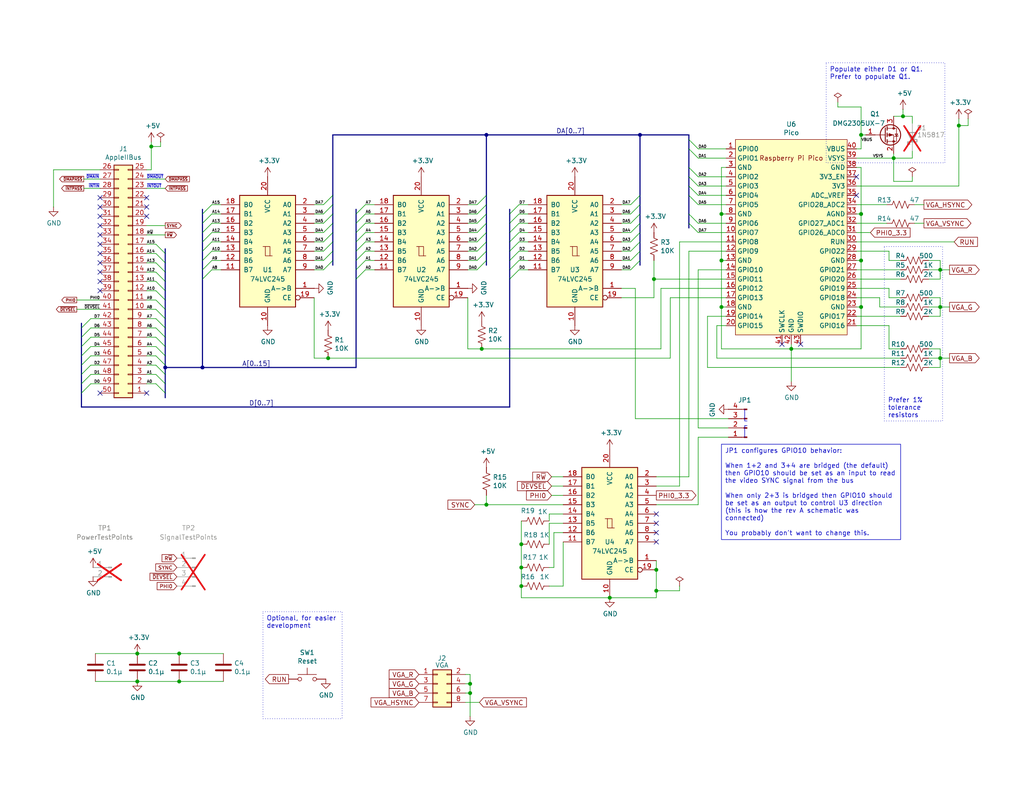
<source format=kicad_sch>
(kicad_sch (version 20231120) (generator "eeschema") (generator_version "8.0")
  (paper "USLetter")
  (title_block (title "Apple II VGA Card") (date "2023-09-09") (rev "B") (comment 1 "Licensed under CERN-OHL-P V2.0 (https://ohwr.org/cern_ohl_p_v2.txt)") (comment 2 "Copyright (c) 2021-2023 Mark Aikens"))
  (lib_symbols
    (symbol "74xx:74LS245" (pin_names (offset 1.016))
      (property "Reference" "U" (at -7.62 16.51 0))
      (property "Value" "74LS245" (at -7.62 -16.51 0))
      (symbol "74LS245_1_0"
        (pin input line (at -12.7 -10.16 0) (length 5.08) (name "A->B") (number "1"))
        (pin power_in line (at 0 -20.32 90) (length 5.08) (name "GND") (number "10"))
        (pin tri_state line (at 12.7 -5.08 180) (length 5.08) (name "B7") (number "11"))
        (pin tri_state line (at 12.7 -2.54 180) (length 5.08) (name "B6") (number "12"))
        (pin tri_state line (at 12.7 0 180) (length 5.08) (name "B5") (number "13"))
        (pin tri_state line (at 12.7 2.54 180) (length 5.08) (name "B4") (number "14"))
        (pin tri_state line (at 12.7 5.08 180) (length 5.08) (name "B3") (number "15"))
        (pin tri_state line (at 12.7 7.62 180) (length 5.08) (name "B2") (number "16"))
        (pin tri_state line (at 12.7 10.16 180) (length 5.08) (name "B1") (number "17"))
        (pin tri_state line (at 12.7 12.7 180) (length 5.08) (name "B0") (number "18"))
        (pin input inverted (at -12.7 -12.7 0) (length 5.08) (name "CE") (number "19"))
        (pin tri_state line (at -12.7 12.7 0) (length 5.08) (name "A0") (number "2"))
        (pin power_in line (at 0 20.32 270) (length 5.08) (name "VCC") (number "20"))
        (pin tri_state line (at -12.7 10.16 0) (length 5.08) (name "A1") (number "3"))
        (pin tri_state line (at -12.7 7.62 0) (length 5.08) (name "A2") (number "4"))
        (pin tri_state line (at -12.7 5.08 0) (length 5.08) (name "A3") (number "5"))
        (pin tri_state line (at -12.7 2.54 0) (length 5.08) (name "A4") (number "6"))
        (pin tri_state line (at -12.7 0 0) (length 5.08) (name "A5") (number "7"))
        (pin tri_state line (at -12.7 -2.54 0) (length 5.08) (name "A6") (number "8"))
        (pin tri_state line (at -12.7 -5.08 0) (length 5.08) (name "A7") (number "9"))
      )
    )
    (symbol "Connector:Conn_01x02_Pin" (pin_names (offset 1.016) hide)
      (property "Reference" "J" (at 0 2.54 0))
      (property "Value" "Conn_01x02_Pin" (at 0 -5.08 0))
      (symbol "Conn_01x02_Pin_1_1"
        (pin passive line (at 5.08 0 180) (length 3.81) (name "Pin_1") (number "1"))
        (pin passive line (at 5.08 -2.54 180) (length 3.81) (name "Pin_2") (number "2"))
      )
    )
    (symbol "Connector:Conn_01x04_Pin" (pin_names (offset 1.016) hide)
      (property "Reference" "J" (at 0 5.08 0))
      (property "Value" "Conn_01x04_Pin" (at 0 -7.62 0))
      (symbol "Conn_01x04_Pin_1_1"
        (pin passive line (at 5.08 2.54 180) (length 3.81) (name "Pin_1") (number "1"))
        (pin passive line (at 5.08 0 180) (length 3.81) (name "Pin_2") (number "2"))
        (pin passive line (at 5.08 -2.54 180) (length 3.81) (name "Pin_3") (number "3"))
        (pin passive line (at 5.08 -5.08 180) (length 3.81) (name "Pin_4") (number "4"))
      )
    )
    (symbol "Connector_Generic:Conn_02x04_Odd_Even" (pin_names (offset 1.016) hide)
      (property "Reference" "J" (at 1.27 5.08 0))
      (property "Value" "Conn_02x04_Odd_Even" (at 1.27 -7.62 0))
      (symbol "Conn_02x04_Odd_Even_1_1"
        (pin passive line (at -5.08 2.54 0) (length 3.81) (name "Pin_1") (number "1"))
        (pin passive line (at 7.62 2.54 180) (length 3.81) (name "Pin_2") (number "2"))
        (pin passive line (at -5.08 0 0) (length 3.81) (name "Pin_3") (number "3"))
        (pin passive line (at 7.62 0 180) (length 3.81) (name "Pin_4") (number "4"))
        (pin passive line (at -5.08 -2.54 0) (length 3.81) (name "Pin_5") (number "5"))
        (pin passive line (at 7.62 -2.54 180) (length 3.81) (name "Pin_6") (number "6"))
        (pin passive line (at -5.08 -5.08 0) (length 3.81) (name "Pin_7") (number "7"))
        (pin passive line (at 7.62 -5.08 180) (length 3.81) (name "Pin_8") (number "8"))
      )
    )
    (symbol "Connector_Generic:Conn_02x25_Counter_Clockwise" (pin_names (offset 1.016) hide)
      (property "Reference" "J" (at 1.27 33.02 0))
      (property "Value" "Conn_02x25_Counter_Clockwise" (at 1.27 -33.02 0))
      (symbol "Conn_02x25_Counter_Clockwise_1_1"
        (pin passive line (at -5.08 30.48 0) (length 3.81) (name "Pin_1") (number "1"))
        (pin passive line (at -5.08 7.62 0) (length 3.81) (name "Pin_10") (number "10"))
        (pin passive line (at -5.08 5.08 0) (length 3.81) (name "Pin_11") (number "11"))
        (pin passive line (at -5.08 2.54 0) (length 3.81) (name "Pin_12") (number "12"))
        (pin passive line (at -5.08 0 0) (length 3.81) (name "Pin_13") (number "13"))
        (pin passive line (at -5.08 -2.54 0) (length 3.81) (name "Pin_14") (number "14"))
        (pin passive line (at -5.08 -5.08 0) (length 3.81) (name "Pin_15") (number "15"))
        (pin passive line (at -5.08 -7.62 0) (length 3.81) (name "Pin_16") (number "16"))
        (pin passive line (at -5.08 -10.16 0) (length 3.81) (name "Pin_17") (number "17"))
        (pin passive line (at -5.08 -12.7 0) (length 3.81) (name "Pin_18") (number "18"))
        (pin passive line (at -5.08 -15.24 0) (length 3.81) (name "Pin_19") (number "19"))
        (pin passive line (at -5.08 27.94 0) (length 3.81) (name "Pin_2") (number "2"))
        (pin passive line (at -5.08 -17.78 0) (length 3.81) (name "Pin_20") (number "20"))
        (pin passive line (at -5.08 -20.32 0) (length 3.81) (name "Pin_21") (number "21"))
        (pin passive line (at -5.08 -22.86 0) (length 3.81) (name "Pin_22") (number "22"))
        (pin passive line (at -5.08 -25.4 0) (length 3.81) (name "Pin_23") (number "23"))
        (pin passive line (at -5.08 -27.94 0) (length 3.81) (name "Pin_24") (number "24"))
        (pin passive line (at -5.08 -30.48 0) (length 3.81) (name "Pin_25") (number "25"))
        (pin passive line (at 7.62 -30.48 180) (length 3.81) (name "Pin_26") (number "26"))
        (pin passive line (at 7.62 -27.94 180) (length 3.81) (name "Pin_27") (number "27"))
        (pin passive line (at 7.62 -25.4 180) (length 3.81) (name "Pin_28") (number "28"))
        (pin passive line (at 7.62 -22.86 180) (length 3.81) (name "Pin_29") (number "29"))
        (pin passive line (at -5.08 25.4 0) (length 3.81) (name "Pin_3") (number "3"))
        (pin passive line (at 7.62 -20.32 180) (length 3.81) (name "Pin_30") (number "30"))
        (pin passive line (at 7.62 -17.78 180) (length 3.81) (name "Pin_31") (number "31"))
        (pin passive line (at 7.62 -15.24 180) (length 3.81) (name "Pin_32") (number "32"))
        (pin passive line (at 7.62 -12.7 180) (length 3.81) (name "Pin_33") (number "33"))
        (pin passive line (at 7.62 -10.16 180) (length 3.81) (name "Pin_34") (number "34"))
        (pin passive line (at 7.62 -7.62 180) (length 3.81) (name "Pin_35") (number "35"))
        (pin passive line (at 7.62 -5.08 180) (length 3.81) (name "Pin_36") (number "36"))
        (pin passive line (at 7.62 -2.54 180) (length 3.81) (name "Pin_37") (number "37"))
        (pin passive line (at 7.62 0 180) (length 3.81) (name "Pin_38") (number "38"))
        (pin passive line (at 7.62 2.54 180) (length 3.81) (name "Pin_39") (number "39"))
        (pin passive line (at -5.08 22.86 0) (length 3.81) (name "Pin_4") (number "4"))
        (pin passive line (at 7.62 5.08 180) (length 3.81) (name "Pin_40") (number "40"))
        (pin passive line (at 7.62 7.62 180) (length 3.81) (name "Pin_41") (number "41"))
        (pin passive line (at 7.62 10.16 180) (length 3.81) (name "Pin_42") (number "42"))
        (pin passive line (at 7.62 12.7 180) (length 3.81) (name "Pin_43") (number "43"))
        (pin passive line (at 7.62 15.24 180) (length 3.81) (name "Pin_44") (number "44"))
        (pin passive line (at 7.62 17.78 180) (length 3.81) (name "Pin_45") (number "45"))
        (pin passive line (at 7.62 20.32 180) (length 3.81) (name "Pin_46") (number "46"))
        (pin passive line (at 7.62 22.86 180) (length 3.81) (name "Pin_47") (number "47"))
        (pin passive line (at 7.62 25.4 180) (length 3.81) (name "Pin_48") (number "48"))
        (pin passive line (at 7.62 27.94 180) (length 3.81) (name "Pin_49") (number "49"))
        (pin passive line (at -5.08 20.32 0) (length 3.81) (name "Pin_5") (number "5"))
        (pin passive line (at 7.62 30.48 180) (length 3.81) (name "Pin_50") (number "50"))
        (pin passive line (at -5.08 17.78 0) (length 3.81) (name "Pin_6") (number "6"))
        (pin passive line (at -5.08 15.24 0) (length 3.81) (name "Pin_7") (number "7"))
        (pin passive line (at -5.08 12.7 0) (length 3.81) (name "Pin_8") (number "8"))
        (pin passive line (at -5.08 10.16 0) (length 3.81) (name "Pin_9") (number "9"))
      )
    )
    (symbol "Device:C" (pin_numbers hide) (pin_names (offset 0.254))
      (property "Reference" "C" (at 0.635 2.54 0))
      (property "Value" "C" (at 0.635 -2.54 0))
      (symbol "C_1_1"
        (pin passive line (at 0 3.81 270) (length 2.794) (name "~") (number "1"))
        (pin passive line (at 0 -3.81 90) (length 2.794) (name "~") (number "2"))
      )
    )
    (symbol "Device:D_Schottky" (pin_numbers hide) (pin_names (offset 1.016) hide)
      (property "Reference" "D" (at 0 2.54 0))
      (property "Value" "D_Schottky" (at 0 -2.54 0))
      (symbol "D_Schottky_1_1"
        (pin passive line (at -3.81 0 0) (length 2.54) (name "K") (number "1"))
        (pin passive line (at 3.81 0 180) (length 2.54) (name "A") (number "2"))
      )
    )
    (symbol "Device:R_US" (pin_numbers hide) (pin_names (offset 0))
      (property "Reference" "R" (at 2.54 0 90))
      (property "Value" "R_US" (at -2.54 0 90))
      (symbol "R_US_1_1"
        (pin passive line (at 0 3.81 270) (length 1.27) (name "~") (number "1"))
        (pin passive line (at 0 -3.81 90) (length 1.27) (name "~") (number "2"))
      )
    )
    (symbol "MCU_RaspberryPi_and_Boards:Pico"
      (property "Reference" "U" (at -13.97 27.94 0))
      (property "Value" "Pico" (at 0 19.05 0))
      (symbol "Pico_0_0"
        (text "Raspberry Pi Pico" (at 0 21.59 0) (effects (font (size 1.27 1.27))))
      )
      (symbol "Pico_1_1"
        (pin bidirectional line (at -17.78 24.13 0) (length 2.54) (name "GPIO0") (number "1"))
        (pin bidirectional line (at -17.78 1.27 0) (length 2.54) (name "GPIO7") (number "10"))
        (pin bidirectional line (at -17.78 -1.27 0) (length 2.54) (name "GPIO8") (number "11"))
        (pin bidirectional line (at -17.78 -3.81 0) (length 2.54) (name "GPIO9") (number "12"))
        (pin power_in line (at -17.78 -6.35 0) (length 2.54) (name "GND") (number "13"))
        (pin bidirectional line (at -17.78 -8.89 0) (length 2.54) (name "GPIO10") (number "14"))
        (pin bidirectional line (at -17.78 -11.43 0) (length 2.54) (name "GPIO11") (number "15"))
        (pin bidirectional line (at -17.78 -13.97 0) (length 2.54) (name "GPIO12") (number "16"))
        (pin bidirectional line (at -17.78 -16.51 0) (length 2.54) (name "GPIO13") (number "17"))
        (pin power_in line (at -17.78 -19.05 0) (length 2.54) (name "GND") (number "18"))
        (pin bidirectional line (at -17.78 -21.59 0) (length 2.54) (name "GPIO14") (number "19"))
        (pin bidirectional line (at -17.78 21.59 0) (length 2.54) (name "GPIO1") (number "2"))
        (pin bidirectional line (at -17.78 -24.13 0) (length 2.54) (name "GPIO15") (number "20"))
        (pin bidirectional line (at 17.78 -24.13 180) (length 2.54) (name "GPIO16") (number "21"))
        (pin bidirectional line (at 17.78 -21.59 180) (length 2.54) (name "GPIO17") (number "22"))
        (pin power_in line (at 17.78 -19.05 180) (length 2.54) (name "GND") (number "23"))
        (pin bidirectional line (at 17.78 -16.51 180) (length 2.54) (name "GPIO18") (number "24"))
        (pin bidirectional line (at 17.78 -13.97 180) (length 2.54) (name "GPIO19") (number "25"))
        (pin bidirectional line (at 17.78 -11.43 180) (length 2.54) (name "GPIO20") (number "26"))
        (pin bidirectional line (at 17.78 -8.89 180) (length 2.54) (name "GPIO21") (number "27"))
        (pin power_in line (at 17.78 -6.35 180) (length 2.54) (name "GND") (number "28"))
        (pin bidirectional line (at 17.78 -3.81 180) (length 2.54) (name "GPIO22") (number "29"))
        (pin power_in line (at -17.78 19.05 0) (length 2.54) (name "GND") (number "3"))
        (pin input line (at 17.78 -1.27 180) (length 2.54) (name "RUN") (number "30"))
        (pin bidirectional line (at 17.78 1.27 180) (length 2.54) (name "GPIO26_ADC0") (number "31"))
        (pin bidirectional line (at 17.78 3.81 180) (length 2.54) (name "GPIO27_ADC1") (number "32"))
        (pin power_in line (at 17.78 6.35 180) (length 2.54) (name "AGND") (number "33"))
        (pin bidirectional line (at 17.78 8.89 180) (length 2.54) (name "GPIO28_ADC2") (number "34"))
        (pin power_in line (at 17.78 11.43 180) (length 2.54) (name "ADC_VREF") (number "35"))
        (pin power_in line (at 17.78 13.97 180) (length 2.54) (name "3V3") (number "36"))
        (pin input line (at 17.78 16.51 180) (length 2.54) (name "3V3_EN") (number "37"))
        (pin bidirectional line (at 17.78 19.05 180) (length 2.54) (name "GND") (number "38"))
        (pin power_in line (at 17.78 21.59 180) (length 2.54) (name "VSYS") (number "39"))
        (pin bidirectional line (at -17.78 16.51 0) (length 2.54) (name "GPIO2") (number "4"))
        (pin power_in line (at 17.78 24.13 180) (length 2.54) (name "VBUS") (number "40"))
        (pin input line (at -2.54 -29.21 90) (length 2.54) (name "SWCLK") (number "41"))
        (pin power_in line (at 0 -29.21 90) (length 2.54) (name "GND") (number "42"))
        (pin bidirectional line (at 2.54 -29.21 90) (length 2.54) (name "SWDIO") (number "43"))
        (pin bidirectional line (at -17.78 13.97 0) (length 2.54) (name "GPIO3") (number "5"))
        (pin bidirectional line (at -17.78 11.43 0) (length 2.54) (name "GPIO4") (number "6"))
        (pin bidirectional line (at -17.78 8.89 0) (length 2.54) (name "GPIO5") (number "7"))
        (pin power_in line (at -17.78 6.35 0) (length 2.54) (name "GND") (number "8"))
        (pin bidirectional line (at -17.78 3.81 0) (length 2.54) (name "GPIO6") (number "9"))
      )
    )
    (symbol "Switch:SW_Push" (pin_numbers hide) (pin_names (offset 1.016) hide)
      (property "Reference" "SW" (at 1.27 2.54 0))
      (property "Value" "SW_Push" (at 0 -1.524 0))
      (symbol "SW_Push_0_1"
        (pin passive line (at -5.08 0 0) (length 2.54) (name "1") (number "1"))
        (pin passive line (at 5.08 0 180) (length 2.54) (name "2") (number "2"))
      )
    )
    (symbol "Transistor_FET:TP0610T" (pin_names hide)
      (property "Reference" "Q" (at 5.08 1.905 0))
      (property "Value" "TP0610T" (at 5.08 0 0))
      (symbol "TP0610T_1_1"
        (pin input line (at -5.08 0 0) (length 2.54) (name "G") (number "1"))
        (pin passive line (at 2.54 -5.08 90) (length 2.54) (name "S") (number "2"))
        (pin passive line (at 2.54 5.08 270) (length 2.54) (name "D") (number "3"))
      )
    )
    (symbol "power:+3.3V" (power) (pin_numbers hide) (pin_names (offset 0) hide)
      (property "Value" "+3.3V" (at 0 3.556 0))
      (symbol "+3.3V_1_1"
        (pin power_in line (at 0 0 90) (length 0) (name "~") (number "1"))
      )
    )
    (symbol "power:+5V" (power) (pin_numbers hide) (pin_names (offset 0) hide)
      (property "Value" "+5V" (at 0 3.556 0))
      (symbol "+5V_1_1"
        (pin power_in line (at 0 0 90) (length 0) (name "~") (number "1"))
      )
    )
    (symbol "power:GND" (power) (pin_numbers hide) (pin_names (offset 0) hide)
      (property "Value" "GND" (at 0 -3.81 0))
      (symbol "GND_1_1"
        (pin power_in line (at 0 0 270) (length 0) (name "~") (number "1"))
      )
    )
    (symbol "power:PWR_FLAG" (power) (pin_numbers hide) (pin_names (offset 0) hide)
      (property "Value" "PWR_FLAG" (at 0 3.81 0))
      (symbol "PWR_FLAG_0_0"
        (pin power_out line (at 0 0 90) (length 0) (name "~") (number "1"))
      )
    )
  )
  (junction (at 142.24 154.94))
  (junction (at 179.07 155.575))
  (junction (at 142.24 160.02))
  (junction (at 48.895 178.435))
  (junction (at 132.715 36.83))
  (junction (at 48.895 186.055))
  (junction (at 128.27 189.23))
  (junction (at 55.245 100.33))
  (junction (at 142.24 148.59))
  (junction (at 166.37 163.195))
  (junction (at 41.275 40.005))
  (junction (at 243.84 43.18))
  (junction (at 179.07 161.29))
  (junction (at 196.85 58.42))
  (junction (at 45.085 100.33))
  (junction (at 256.54 83.82))
  (junction (at 196.85 83.82))
  (junction (at 132.715 137.795))
  (junction (at 196.85 71.12))
  (junction (at 261.62 34.29))
  (junction (at 246.38 31.75))
  (junction (at 234.95 71.12))
  (junction (at 178.435 76.2))
  (junction (at 234.95 58.42))
  (junction (at 89.535 97.79))
  (junction (at 215.9 95.25))
  (junction (at 174.625 36.83))
  (junction (at 37.465 178.435))
  (junction (at 131.445 95.25))
  (junction (at 234.95 36.83))
  (junction (at 256.54 73.66))
  (junction (at 234.95 83.82))
  (junction (at 128.27 186.69))
  (junction (at 37.465 186.055))
  (junction (at 256.54 97.79))
  (no_connect (at 27.305 59.055))
  (no_connect (at 27.305 69.215))
  (no_connect (at 233.68 48.26))
  (no_connect (at 218.44 93.98))
  (no_connect (at 233.68 53.34))
  (no_connect (at 27.305 71.755))
  (no_connect (at 27.305 61.595))
  (no_connect (at 40.005 107.315))
  (no_connect (at 27.305 79.375))
  (no_connect (at 213.36 93.98))
  (no_connect (at 40.005 59.055))
  (no_connect (at 40.005 56.515))
  (no_connect (at 179.07 147.955))
  (no_connect (at 40.005 53.975))
  (no_connect (at 27.305 76.835))
  (no_connect (at 179.07 140.335))
  (no_connect (at 27.305 56.515))
  (no_connect (at 179.07 145.415))
  (no_connect (at 27.305 107.315))
  (no_connect (at 27.305 64.135))
  (no_connect (at 179.07 142.875))
  (no_connect (at 27.305 74.295))
  (no_connect (at 27.305 53.975))
  (no_connect (at 27.305 66.675))
  (bus_entry (at 190.5 63.5) (size -2.54 -2.54))
  (bus_entry (at 139.065 63.5) (size 2.54 -2.54))
  (bus_entry (at 55.245 68.58) (size 2.54 -2.54))
  (bus_entry (at 97.155 66.04) (size 2.54 -2.54))
  (bus_entry (at 97.155 68.58) (size 2.54 -2.54))
  (bus_entry (at 22.225 94.615) (size 2.54 -2.54))
  (bus_entry (at 42.545 102.235) (size 2.54 2.54))
  (bus_entry (at 22.225 102.235) (size 2.54 -2.54))
  (bus_entry (at 190.5 48.26) (size -2.54 -2.54))
  (bus_entry (at 139.065 71.12) (size 2.54 -2.54))
  (bus_entry (at 88.265 55.88) (size 2.54 -2.54))
  (bus_entry (at 130.175 55.88) (size 2.54 -2.54))
  (bus_entry (at 55.245 63.5) (size 2.54 -2.54))
  (bus_entry (at 130.175 63.5) (size 2.54 -2.54))
  (bus_entry (at 42.545 74.295) (size 2.54 2.54))
  (bus_entry (at 97.155 58.42) (size 2.54 -2.54))
  (bus_entry (at 42.545 104.775) (size 2.54 2.54))
  (bus_entry (at 190.5 40.64) (size -2.54 -2.54))
  (bus_entry (at 42.545 81.915) (size 2.54 2.54))
  (bus_entry (at 190.5 55.88) (size -2.54 -2.54))
  (bus_entry (at 42.545 84.455) (size 2.54 2.54))
  (bus_entry (at 139.065 66.04) (size 2.54 -2.54))
  (bus_entry (at 130.175 68.58) (size 2.54 -2.54))
  (bus_entry (at 22.225 107.315) (size 2.54 -2.54))
  (bus_entry (at 97.155 73.66) (size 2.54 -2.54))
  (bus_entry (at 190.5 43.18) (size -2.54 -2.54))
  (bus_entry (at 130.175 71.12) (size 2.54 -2.54))
  (bus_entry (at 55.245 71.12) (size 2.54 -2.54))
  (bus_entry (at 88.265 63.5) (size 2.54 -2.54))
  (bus_entry (at 97.155 71.12) (size 2.54 -2.54))
  (bus_entry (at 172.085 58.42) (size 2.54 -2.54))
  (bus_entry (at 172.085 68.58) (size 2.54 -2.54))
  (bus_entry (at 22.225 92.075) (size 2.54 -2.54))
  (bus_entry (at 139.065 76.2) (size 2.54 -2.54))
  (bus_entry (at 42.545 71.755) (size 2.54 2.54))
  (bus_entry (at 97.155 63.5) (size 2.54 -2.54))
  (bus_entry (at 172.085 66.04) (size 2.54 -2.54))
  (bus_entry (at 88.265 60.96) (size 2.54 -2.54))
  (bus_entry (at 190.5 50.8) (size -2.54 -2.54))
  (bus_entry (at 42.545 69.215) (size 2.54 2.54))
  (bus_entry (at 42.545 89.535) (size 2.54 2.54))
  (bus_entry (at 172.085 60.96) (size 2.54 -2.54))
  (bus_entry (at 42.545 97.155) (size 2.54 2.54))
  (bus_entry (at 130.175 73.66) (size 2.54 -2.54))
  (bus_entry (at 42.545 66.675) (size 2.54 2.54))
  (bus_entry (at 42.545 76.835) (size 2.54 2.54))
  (bus_entry (at 42.545 99.695) (size 2.54 2.54))
  (bus_entry (at 130.175 60.96) (size 2.54 -2.54))
  (bus_entry (at 139.065 68.58) (size 2.54 -2.54))
  (bus_entry (at 139.065 58.42) (size 2.54 -2.54))
  (bus_entry (at 22.225 99.695) (size 2.54 -2.54))
  (bus_entry (at 42.545 79.375) (size 2.54 2.54))
  (bus_entry (at 88.265 68.58) (size 2.54 -2.54))
  (bus_entry (at 139.065 60.96) (size 2.54 -2.54))
  (bus_entry (at 88.265 58.42) (size 2.54 -2.54))
  (bus_entry (at 42.545 86.995) (size 2.54 2.54))
  (bus_entry (at 55.245 73.66) (size 2.54 -2.54))
  (bus_entry (at 172.085 71.12) (size 2.54 -2.54))
  (bus_entry (at 97.155 60.96) (size 2.54 -2.54))
  (bus_entry (at 88.265 71.12) (size 2.54 -2.54))
  (bus_entry (at 190.5 60.96) (size -2.54 -2.54))
  (bus_entry (at 190.5 53.34) (size -2.54 -2.54))
  (bus_entry (at 42.545 92.075) (size 2.54 2.54))
  (bus_entry (at 88.265 66.04) (size 2.54 -2.54))
  (bus_entry (at 55.245 66.04) (size 2.54 -2.54))
  (bus_entry (at 22.225 104.775) (size 2.54 -2.54))
  (bus_entry (at 172.085 55.88) (size 2.54 -2.54))
  (bus_entry (at 97.155 76.2) (size 2.54 -2.54))
  (bus_entry (at 88.265 73.66) (size 2.54 -2.54))
  (bus_entry (at 172.085 73.66) (size 2.54 -2.54))
  (bus_entry (at 130.175 58.42) (size 2.54 -2.54))
  (bus_entry (at 139.065 73.66) (size 2.54 -2.54))
  (bus_entry (at 130.175 66.04) (size 2.54 -2.54))
  (bus_entry (at 172.085 63.5) (size 2.54 -2.54))
  (bus_entry (at 55.245 76.2) (size 2.54 -2.54))
  (bus_entry (at 55.245 60.96) (size 2.54 -2.54))
  (bus_entry (at 55.245 58.42) (size 2.54 -2.54))
  (bus_entry (at 22.225 89.535) (size 2.54 -2.54))
  (bus_entry (at 42.545 94.615) (size 2.54 2.54))
  (bus_entry (at 22.225 97.155) (size 2.54 -2.54))
  (bus (pts (xy 45.085 94.615) (xy 45.085 97.155)))
  (wire (pts (xy 42.545 66.675) (xy 40.005 66.675)))
  (wire (pts (xy 234.95 83.82) (xy 234.95 71.12)))
  (wire (pts (xy 42.545 81.915) (xy 40.005 81.915)))
  (wire (pts (xy 246.38 29.845) (xy 246.38 31.75)))
  (bus (pts (xy 187.96 36.83) (xy 187.96 38.1)))
  (wire (pts (xy 153.67 140.335) (xy 149.86 140.335)))
  (wire (pts (xy 253.365 81.28) (xy 256.54 81.28)))
  (bus (pts (xy 97.155 63.5) (xy 97.155 66.04)))
  (wire (pts (xy 26.035 178.435) (xy 37.465 178.435)))
  (wire (pts (xy 57.785 68.58) (xy 60.325 68.58)))
  (bus (pts (xy 139.065 66.04) (xy 139.065 68.58)))
  (wire (pts (xy 24.765 104.775) (xy 27.305 104.775)))
  (wire (pts (xy 153.67 160.02) (xy 149.86 160.02)))
  (wire (pts (xy 256.54 81.28) (xy 256.54 83.82)))
  (bus (pts (xy 90.805 36.83) (xy 132.715 36.83)))
  (wire (pts (xy 42.545 92.075) (xy 40.005 92.075)))
  (wire (pts (xy 233.68 73.66) (xy 245.745 73.66)))
  (wire (pts (xy 256.54 83.82) (xy 253.365 83.82)))
  (wire (pts (xy 14.605 46.355) (xy 14.605 56.515)))
  (wire (pts (xy 259.08 73.66) (xy 256.54 73.66)))
  (bus (pts (xy 187.96 58.42) (xy 187.96 60.96)))
  (bus (pts (xy 139.065 76.2) (xy 139.065 111.125)))
  (wire (pts (xy 248.92 48.26) (xy 248.92 49.53)))
  (bus (pts (xy 132.715 63.5) (xy 132.715 66.04)))
  (wire (pts (xy 234.95 71.12) (xy 233.68 71.12)))
  (wire (pts (xy 234.95 40.64) (xy 233.68 40.64)))
  (wire (pts (xy 144.145 71.12) (xy 141.605 71.12)))
  (wire (pts (xy 41.275 40.005) (xy 43.815 40.005)))
  (wire (pts (xy 132.715 137.795) (xy 129.54 137.795)))
  (wire (pts (xy 196.85 95.25) (xy 196.85 83.82)))
  (wire (pts (xy 245.745 81.28) (xy 242.57 81.28)))
  (wire (pts (xy 243.84 41.91) (xy 243.84 43.18)))
  (wire (pts (xy 169.545 81.28) (xy 178.435 81.28)))
  (wire (pts (xy 42.545 84.455) (xy 40.005 84.455)))
  (bus (pts (xy 45.085 97.155) (xy 45.085 99.695)))
  (wire (pts (xy 195.58 88.9) (xy 198.12 88.9)))
  (wire (pts (xy 173.355 114.3) (xy 198.755 114.3)))
  (wire (pts (xy 190.5 63.5) (xy 198.12 63.5)))
  (wire (pts (xy 142.24 148.59) (xy 142.24 154.94)))
  (wire (pts (xy 88.265 73.66) (xy 85.725 73.66)))
  (wire (pts (xy 233.68 76.2) (xy 245.745 76.2)))
  (wire (pts (xy 196.85 83.82) (xy 196.85 71.12)))
  (wire (pts (xy 179.07 155.575) (xy 179.07 161.29)))
  (wire (pts (xy 102.235 71.12) (xy 99.695 71.12)))
  (wire (pts (xy 132.715 135.255) (xy 132.715 137.795)))
  (bus (pts (xy 139.065 71.12) (xy 139.065 73.66)))
  (wire (pts (xy 242.57 71.12) (xy 242.57 68.58)))
  (wire (pts (xy 144.145 58.42) (xy 141.605 58.42)))
  (wire (pts (xy 14.605 46.355) (xy 27.305 46.355)))
  (bus (pts (xy 187.96 50.8) (xy 187.96 53.34)))
  (wire (pts (xy 185.42 161.29) (xy 179.07 161.29)))
  (bus (pts (xy 45.085 100.33) (xy 45.085 102.235)))
  (wire (pts (xy 144.145 55.88) (xy 141.605 55.88)))
  (wire (pts (xy 130.175 68.58) (xy 127.635 68.58)))
  (wire (pts (xy 252.095 55.88) (xy 249.555 55.88)))
  (wire (pts (xy 57.785 71.12) (xy 60.325 71.12)))
  (bus (pts (xy 45.085 104.775) (xy 45.085 107.315)))
  (wire (pts (xy 256.54 86.36) (xy 256.54 83.82)))
  (bus (pts (xy 187.96 40.64) (xy 187.96 45.72)))
  (wire (pts (xy 178.435 71.12) (xy 178.435 76.2)))
  (wire (pts (xy 131.445 95.25) (xy 180.34 95.25)))
  (wire (pts (xy 127.635 95.25) (xy 131.445 95.25)))
  (bus (pts (xy 132.715 66.04) (xy 132.715 68.58)))
  (bus (pts (xy 45.085 74.295) (xy 45.085 76.835)))
  (bus (pts (xy 174.625 36.83) (xy 187.96 36.83)))
  (wire (pts (xy 57.785 63.5) (xy 60.325 63.5)))
  (wire (pts (xy 190.5 119.38) (xy 190.5 137.795)))
  (wire (pts (xy 85.725 71.12) (xy 88.265 71.12)))
  (bus (pts (xy 45.085 76.835) (xy 45.085 79.375)))
  (wire (pts (xy 187.96 68.58) (xy 198.12 68.58)))
  (wire (pts (xy 179.07 153.035) (xy 179.07 155.575)))
  (bus (pts (xy 187.96 53.34) (xy 187.96 58.42)))
  (wire (pts (xy 151.13 145.415) (xy 151.13 154.94)))
  (wire (pts (xy 261.62 34.29) (xy 261.62 32.385)))
  (wire (pts (xy 150.495 135.255) (xy 153.67 135.255)))
  (bus (pts (xy 132.715 36.83) (xy 174.625 36.83)))
  (wire (pts (xy 42.545 94.615) (xy 40.005 94.615)))
  (wire (pts (xy 190.5 60.96) (xy 198.12 60.96)))
  (wire (pts (xy 242.57 95.25) (xy 245.745 95.25)))
  (wire (pts (xy 57.785 73.66) (xy 60.325 73.66)))
  (wire (pts (xy 102.235 58.42) (xy 99.695 58.42)))
  (wire (pts (xy 259.08 97.79) (xy 256.54 97.79)))
  (bus (pts (xy 22.225 111.125) (xy 139.065 111.125)))
  (wire (pts (xy 144.145 68.58) (xy 141.605 68.58)))
  (wire (pts (xy 240.03 81.28) (xy 233.68 81.28)))
  (wire (pts (xy 256.54 97.79) (xy 253.365 97.79)))
  (wire (pts (xy 42.545 89.535) (xy 40.005 89.535)))
  (wire (pts (xy 196.85 58.42) (xy 198.12 58.42)))
  (wire (pts (xy 172.085 66.04) (xy 169.545 66.04)))
  (bus (pts (xy 55.245 68.58) (xy 55.245 71.12)))
  (bus (pts (xy 45.085 79.375) (xy 45.085 81.915)))
  (wire (pts (xy 102.235 60.96) (xy 99.695 60.96)))
  (wire (pts (xy 27.305 81.915) (xy 20.955 81.915)))
  (wire (pts (xy 57.785 60.96) (xy 60.325 60.96)))
  (wire (pts (xy 253.365 76.2) (xy 256.54 76.2)))
  (wire (pts (xy 142.24 154.94) (xy 142.24 160.02)))
  (wire (pts (xy 198.12 50.8) (xy 190.5 50.8)))
  (wire (pts (xy 253.365 100.33) (xy 256.54 100.33)))
  (wire (pts (xy 190.5 53.34) (xy 198.12 53.34)))
  (bus (pts (xy 174.625 63.5) (xy 174.625 66.04)))
  (wire (pts (xy 127.635 81.28) (xy 127.635 95.25)))
  (wire (pts (xy 172.085 71.12) (xy 169.545 71.12)))
  (wire (pts (xy 149.86 142.875) (xy 149.86 148.59)))
  (bus (pts (xy 90.805 55.88) (xy 90.805 58.42)))
  (wire (pts (xy 88.265 55.88) (xy 85.725 55.88)))
  (wire (pts (xy 128.27 189.23) (xy 127 189.23)))
  (wire (pts (xy 190.5 55.88) (xy 198.12 55.88)))
  (wire (pts (xy 243.84 49.53) (xy 243.84 43.18)))
  (wire (pts (xy 40.005 48.895) (xy 45.085 48.895)))
  (wire (pts (xy 193.04 86.36) (xy 198.12 86.36)))
  (wire (pts (xy 233.68 50.8) (xy 261.62 50.8)))
  (wire (pts (xy 88.265 66.04) (xy 85.725 66.04)))
  (bus (pts (xy 90.805 53.34) (xy 90.805 55.88)))
  (wire (pts (xy 172.085 58.42) (xy 169.545 58.42)))
  (bus (pts (xy 97.155 68.58) (xy 97.155 71.12)))
  (bus (pts (xy 90.805 66.04) (xy 90.805 68.58)))
  (wire (pts (xy 150.495 132.715) (xy 153.67 132.715)))
  (wire (pts (xy 142.24 163.195) (xy 142.24 160.02)))
  (wire (pts (xy 169.545 73.66) (xy 172.085 73.66)))
  (bus (pts (xy 45.085 99.695) (xy 45.085 100.33)))
  (wire (pts (xy 195.58 97.79) (xy 245.745 97.79)))
  (wire (pts (xy 234.95 36.83) (xy 234.95 40.64)))
  (bus (pts (xy 45.085 89.535) (xy 45.085 92.075)))
  (wire (pts (xy 153.67 145.415) (xy 151.13 145.415)))
  (wire (pts (xy 40.005 46.355) (xy 41.275 46.355)))
  (wire (pts (xy 88.265 63.5) (xy 85.725 63.5)))
  (wire (pts (xy 215.9 95.25) (xy 234.95 95.25)))
  (wire (pts (xy 193.04 100.33) (xy 245.745 100.33)))
  (wire (pts (xy 130.175 71.12) (xy 127.635 71.12)))
  (bus (pts (xy 45.085 84.455) (xy 45.085 86.995)))
  (bus (pts (xy 174.625 55.88) (xy 174.625 58.42)))
  (bus (pts (xy 132.715 36.83) (xy 132.715 53.34)))
  (wire (pts (xy 102.235 55.88) (xy 99.695 55.88)))
  (bus (pts (xy 55.245 100.33) (xy 97.155 100.33)))
  (bus (pts (xy 187.96 48.26) (xy 187.96 50.8)))
  (wire (pts (xy 190.5 119.38) (xy 198.755 119.38)))
  (bus (pts (xy 45.085 92.075) (xy 45.085 94.615)))
  (wire (pts (xy 196.85 71.12) (xy 196.85 58.42)))
  (wire (pts (xy 151.13 154.94) (xy 149.86 154.94)))
  (wire (pts (xy 144.145 66.04) (xy 141.605 66.04)))
  (wire (pts (xy 43.815 40.005) (xy 43.815 38.735)))
  (wire (pts (xy 182.88 81.28) (xy 198.12 81.28)))
  (wire (pts (xy 57.785 55.88) (xy 60.325 55.88)))
  (bus (pts (xy 97.155 58.42) (xy 97.155 60.96)))
  (wire (pts (xy 128.27 184.15) (xy 128.27 186.69)))
  (wire (pts (xy 179.07 161.29) (xy 179.07 163.195)))
  (polyline (pts (xy 203.2 111.76) (xy 203.2 114.935)))
  (wire (pts (xy 130.175 73.66) (xy 127.635 73.66)))
  (wire (pts (xy 102.235 66.04) (xy 99.695 66.04)))
  (wire (pts (xy 102.235 63.5) (xy 99.695 63.5)))
  (bus (pts (xy 139.065 57.15) (xy 139.065 58.42)))
  (bus (pts (xy 22.225 99.695) (xy 22.225 102.235)))
  (wire (pts (xy 253.365 86.36) (xy 256.54 86.36)))
  (wire (pts (xy 41.275 46.355) (xy 41.275 40.005)))
  (bus (pts (xy 139.065 58.42) (xy 139.065 60.96)))
  (wire (pts (xy 88.265 60.96) (xy 85.725 60.96)))
  (wire (pts (xy 240.03 83.82) (xy 245.745 83.82)))
  (wire (pts (xy 128.27 186.69) (xy 128.27 189.23)))
  (wire (pts (xy 242.57 88.9) (xy 242.57 95.25)))
  (wire (pts (xy 264.16 32.385) (xy 264.16 34.29)))
  (bus (pts (xy 45.085 67.945) (xy 45.085 69.215)))
  (wire (pts (xy 128.27 186.69) (xy 127 186.69)))
  (wire (pts (xy 48.895 186.055) (xy 37.465 186.055)))
  (bus (pts (xy 132.715 58.42) (xy 132.715 60.96)))
  (wire (pts (xy 187.96 68.58) (xy 187.96 130.175)))
  (bus (pts (xy 97.155 57.15) (xy 97.155 58.42)))
  (wire (pts (xy 242.57 78.74) (xy 233.68 78.74)))
  (bus (pts (xy 187.96 60.96) (xy 187.96 62.23)))
  (wire (pts (xy 242.57 81.28) (xy 242.57 78.74)))
  (wire (pts (xy 130.175 63.5) (xy 127.635 63.5)))
  (wire (pts (xy 256.54 95.25) (xy 256.54 97.79)))
  (wire (pts (xy 196.85 58.42) (xy 196.85 45.72)))
  (wire (pts (xy 215.9 95.25) (xy 215.9 93.98)))
  (wire (pts (xy 242.57 68.58) (xy 233.68 68.58)))
  (wire (pts (xy 179.07 132.715) (xy 185.42 132.715)))
  (wire (pts (xy 234.95 45.72) (xy 233.68 45.72)))
  (wire (pts (xy 127 191.77) (xy 130.81 191.77)))
  (wire (pts (xy 24.765 86.995) (xy 27.305 86.995)))
  (wire (pts (xy 40.005 61.595) (xy 45.085 61.595)))
  (wire (pts (xy 144.145 63.5) (xy 141.605 63.5)))
  (wire (pts (xy 130.175 66.04) (xy 127.635 66.04)))
  (wire (pts (xy 234.95 36.83) (xy 236.22 36.83)))
  (bus (pts (xy 97.155 60.96) (xy 97.155 63.5)))
  (wire (pts (xy 178.435 76.2) (xy 178.435 81.28)))
  (bus (pts (xy 45.085 102.235) (xy 45.085 104.775)))
  (bus (pts (xy 174.625 58.42) (xy 174.625 60.96)))
  (wire (pts (xy 57.785 66.04) (xy 60.325 66.04)))
  (wire (pts (xy 242.57 88.9) (xy 233.68 88.9)))
  (bus (pts (xy 139.065 73.66) (xy 139.065 76.2)))
  (wire (pts (xy 193.04 100.33) (xy 193.04 86.36)))
  (bus (pts (xy 139.065 68.58) (xy 139.065 71.12)))
  (wire (pts (xy 246.38 31.75) (xy 248.92 31.75)))
  (bus (pts (xy 139.065 60.96) (xy 139.065 63.5)))
  (wire (pts (xy 40.005 51.435) (xy 45.085 51.435)))
  (wire (pts (xy 27.305 48.895) (xy 22.86 48.895)))
  (bus (pts (xy 22.225 97.155) (xy 22.225 99.695)))
  (wire (pts (xy 259.08 83.82) (xy 256.54 83.82)))
  (bus (pts (xy 45.085 69.215) (xy 45.085 71.755)))
  (wire (pts (xy 243.84 43.18) (xy 248.92 43.18)))
  (bus (pts (xy 187.96 45.72) (xy 187.96 48.26)))
  (wire (pts (xy 166.37 163.195) (xy 179.07 163.195)))
  (wire (pts (xy 196.85 45.72) (xy 198.12 45.72)))
  (bus (pts (xy 97.155 66.04) (xy 97.155 68.58)))
  (wire (pts (xy 24.765 94.615) (xy 27.305 94.615)))
  (wire (pts (xy 185.42 66.04) (xy 185.42 132.715)))
  (bus (pts (xy 45.085 100.33) (xy 55.245 100.33)))
  (wire (pts (xy 37.465 186.055) (xy 26.035 186.055)))
  (wire (pts (xy 45.085 64.135) (xy 40.005 64.135)))
  (wire (pts (xy 228.6 29.21) (xy 234.95 29.21)))
  (wire (pts (xy 20.955 84.455) (xy 27.305 84.455)))
  (wire (pts (xy 88.265 68.58) (xy 85.725 68.58)))
  (wire (pts (xy 153.67 142.875) (xy 149.86 142.875)))
  (wire (pts (xy 242.57 71.12) (xy 245.745 71.12)))
  (bus (pts (xy 90.805 60.96) (xy 90.805 63.5)))
  (wire (pts (xy 243.84 31.75) (xy 246.38 31.75)))
  (bus (pts (xy 22.225 107.315) (xy 22.225 111.125)))
  (wire (pts (xy 153.67 147.955) (xy 153.67 160.02)))
  (bus (pts (xy 22.225 94.615) (xy 22.225 97.155)))
  (wire (pts (xy 48.895 178.435) (xy 60.96 178.435)))
  (wire (pts (xy 234.95 58.42) (xy 234.95 45.72)))
  (wire (pts (xy 89.535 97.79) (xy 182.88 97.79)))
  (wire (pts (xy 173.355 78.74) (xy 169.545 78.74)))
  (wire (pts (xy 42.545 104.775) (xy 40.005 104.775)))
  (wire (pts (xy 42.545 76.835) (xy 40.005 76.835)))
  (wire (pts (xy 241.935 60.96) (xy 233.68 60.96)))
  (wire (pts (xy 57.785 58.42) (xy 60.325 58.42)))
  (wire (pts (xy 42.545 99.695) (xy 40.005 99.695)))
  (wire (pts (xy 248.92 49.53) (xy 243.84 49.53)))
  (polyline (pts (xy 203.835 114.935) (xy 203.2 114.935)))
  (wire (pts (xy 166.37 163.195) (xy 142.24 163.195)))
  (bus (pts (xy 90.805 68.58) (xy 90.805 71.12)))
  (wire (pts (xy 42.545 86.995) (xy 40.005 86.995)))
  (wire (pts (xy 253.365 71.12) (xy 256.54 71.12)))
  (wire (pts (xy 130.175 55.88) (xy 127.635 55.88)))
  (bus (pts (xy 132.715 60.96) (xy 132.715 63.5)))
  (wire (pts (xy 256.54 73.66) (xy 253.365 73.66)))
  (wire (pts (xy 42.545 79.375) (xy 40.005 79.375)))
  (wire (pts (xy 42.545 69.215) (xy 40.005 69.215)))
  (wire (pts (xy 234.95 83.82) (xy 233.68 83.82)))
  (bus (pts (xy 55.245 66.04) (xy 55.245 68.58)))
  (bus (pts (xy 90.805 71.12) (xy 90.805 72.39)))
  (bus (pts (xy 55.245 76.2) (xy 55.245 100.33)))
  (wire (pts (xy 127 184.15) (xy 128.27 184.15)))
  (wire (pts (xy 233.68 86.36) (xy 245.745 86.36)))
  (bus (pts (xy 45.085 86.995) (xy 45.085 89.535)))
  (wire (pts (xy 180.34 78.74) (xy 198.12 78.74)))
  (bus (pts (xy 55.245 60.96) (xy 55.245 63.5)))
  (bus (pts (xy 22.225 102.235) (xy 22.225 104.775)))
  (wire (pts (xy 173.355 78.74) (xy 173.355 114.3)))
  (wire (pts (xy 150.495 130.175) (xy 153.67 130.175)))
  (wire (pts (xy 240.03 83.82) (xy 240.03 81.28)))
  (bus (pts (xy 45.085 107.315) (xy 45.085 108.585)))
  (wire (pts (xy 144.145 73.66) (xy 141.605 73.66)))
  (wire (pts (xy 190.5 137.795) (xy 179.07 137.795)))
  (wire (pts (xy 144.145 60.96) (xy 141.605 60.96)))
  (wire (pts (xy 234.95 95.25) (xy 234.95 83.82)))
  (polyline (pts (xy 203.2 119.38) (xy 203.2 116.205)))
  (polyline (pts (xy 203.835 116.205) (xy 203.2 116.205)))
  (bus (pts (xy 132.715 71.12) (xy 132.715 72.39)))
  (bus (pts (xy 174.625 53.34) (xy 174.625 55.88)))
  (wire (pts (xy 237.49 63.5) (xy 233.68 63.5)))
  (bus (pts (xy 45.085 71.755) (xy 45.085 74.295)))
  (bus (pts (xy 55.245 57.15) (xy 55.245 58.42)))
  (wire (pts (xy 24.765 102.235) (xy 27.305 102.235)))
  (wire (pts (xy 264.16 34.29) (xy 261.62 34.29)))
  (wire (pts (xy 42.545 71.755) (xy 40.005 71.755)))
  (bus (pts (xy 174.625 68.58) (xy 174.625 71.12)))
  (bus (pts (xy 45.085 81.915) (xy 45.085 84.455)))
  (bus (pts (xy 22.225 88.265) (xy 22.225 89.535)))
  (wire (pts (xy 233.68 66.04) (xy 260.35 66.04)))
  (wire (pts (xy 248.92 43.18) (xy 248.92 41.275)))
  (wire (pts (xy 190.5 116.84) (xy 198.755 116.84)))
  (wire (pts (xy 256.54 76.2) (xy 256.54 73.66)))
  (wire (pts (xy 248.92 31.75) (xy 248.92 33.655)))
  (wire (pts (xy 185.42 66.04) (xy 198.12 66.04)))
  (wire (pts (xy 85.725 81.28) (xy 85.725 97.79)))
  (wire (pts (xy 88.265 58.42) (xy 85.725 58.42)))
  (bus (pts (xy 97.155 71.12) (xy 97.155 73.66)))
  (wire (pts (xy 132.715 137.795) (xy 153.67 137.795)))
  (wire (pts (xy 172.085 63.5) (xy 169.545 63.5)))
  (wire (pts (xy 190.5 73.66) (xy 190.5 116.84)))
  (bus (pts (xy 90.805 58.42) (xy 90.805 60.96)))
  (bus (pts (xy 90.805 36.83) (xy 90.805 53.34)))
  (bus (pts (xy 55.245 58.42) (xy 55.245 60.96)))
  (bus (pts (xy 22.225 89.535) (xy 22.225 92.075)))
  (wire (pts (xy 85.725 97.79) (xy 89.535 97.79)))
  (bus (pts (xy 97.155 76.2) (xy 97.155 100.33)))
  (bus (pts (xy 22.225 92.075) (xy 22.225 94.615)))
  (wire (pts (xy 172.085 68.58) (xy 169.545 68.58)))
  (wire (pts (xy 130.175 58.42) (xy 127.635 58.42)))
  (wire (pts (xy 233.68 43.18) (xy 243.84 43.18)))
  (bus (pts (xy 97.155 73.66) (xy 97.155 76.2)))
  (wire (pts (xy 41.275 40.005) (xy 41.275 38.735)))
  (wire (pts (xy 190.5 43.18) (xy 198.12 43.18)))
  (wire (pts (xy 130.175 60.96) (xy 127.635 60.96)))
  (wire (pts (xy 228.6 27.94) (xy 228.6 29.21)))
  (wire (pts (xy 234.95 71.12) (xy 234.95 58.42)))
  (bus (pts (xy 55.245 63.5) (xy 55.245 66.04)))
  (bus (pts (xy 55.245 73.66) (xy 55.245 76.2)))
  (wire (pts (xy 241.935 55.88) (xy 233.68 55.88)))
  (bus (pts (xy 55.245 71.12) (xy 55.245 73.66)))
  (wire (pts (xy 24.765 89.535) (xy 27.305 89.535)))
  (wire (pts (xy 172.085 60.96) (xy 169.545 60.96)))
  (wire (pts (xy 142.24 142.24) (xy 142.24 148.59)))
  (wire (pts (xy 172.085 55.88) (xy 169.545 55.88)))
  (wire (pts (xy 196.85 83.82) (xy 198.12 83.82)))
  (bus (pts (xy 139.065 63.5) (xy 139.065 66.04)))
  (wire (pts (xy 234.95 29.21) (xy 234.95 36.83)))
  (wire (pts (xy 180.34 95.25) (xy 180.34 78.74)))
  (wire (pts (xy 253.365 95.25) (xy 256.54 95.25)))
  (wire (pts (xy 252.095 60.96) (xy 249.555 60.96)))
  (wire (pts (xy 179.07 130.175) (xy 187.96 130.175)))
  (wire (pts (xy 198.12 73.66) (xy 190.5 73.66)))
  (bus (pts (xy 22.225 104.775) (xy 22.225 107.315)))
  (wire (pts (xy 42.545 102.235) (xy 40.005 102.235)))
  (bus (pts (xy 132.715 55.88) (xy 132.715 58.42)))
  (wire (pts (xy 190.5 48.26) (xy 198.12 48.26)))
  (wire (pts (xy 24.765 97.155) (xy 27.305 97.155)))
  (bus (pts (xy 174.625 60.96) (xy 174.625 63.5)))
  (wire (pts (xy 196.85 71.12) (xy 198.12 71.12)))
  (bus (pts (xy 132.715 68.58) (xy 132.715 71.12)))
  (wire (pts (xy 178.435 76.2) (xy 198.12 76.2)))
  (wire (pts (xy 24.765 99.695) (xy 27.305 99.695)))
  (wire (pts (xy 42.545 97.155) (xy 40.005 97.155)))
  (wire (pts (xy 234.95 58.42) (xy 233.68 58.42)))
  (bus (pts (xy 187.96 38.1) (xy 187.96 40.64)))
  (wire (pts (xy 48.895 186.055) (xy 60.96 186.055)))
  (bus (pts (xy 90.805 63.5) (xy 90.805 66.04)))
  (bus (pts (xy 174.625 66.04) (xy 174.625 68.58)))
  (wire (pts (xy 102.235 68.58) (xy 99.695 68.58)))
  (wire (pts (xy 195.58 97.79) (xy 195.58 88.9)))
  (wire (pts (xy 24.765 92.075) (xy 27.305 92.075)))
  (wire (pts (xy 149.86 140.335) (xy 149.86 142.24)))
  (bus (pts (xy 174.625 71.12) (xy 174.625 72.39)))
  (wire (pts (xy 185.42 160.02) (xy 185.42 161.29)))
  (wire (pts (xy 215.9 104.14) (xy 215.9 95.25)))
  (wire (pts (xy 256.54 71.12) (xy 256.54 73.66)))
  (bus (pts (xy 174.625 36.83) (xy 174.625 53.34)))
  (wire (pts (xy 256.54 100.33) (xy 256.54 97.79)))
  (wire (pts (xy 37.465 178.435) (xy 48.895 178.435)))
  (wire (pts (xy 182.88 97.79) (xy 182.88 81.28)))
  (wire (pts (xy 22.86 51.435) (xy 27.305 51.435)))
  (bus (pts (xy 132.715 53.34) (xy 132.715 55.88)))
  (wire (pts (xy 42.545 74.295) (xy 40.005 74.295)))
  (wire (pts (xy 261.62 50.8) (xy 261.62 34.29)))
  (wire (pts (xy 128.27 189.23) (xy 128.27 195.58)))
  (wire (pts (xy 196.85 95.25) (xy 215.9 95.25)))
  (wire (pts (xy 190.5 40.64) (xy 198.12 40.64)))
  (wire (pts (xy 102.235 73.66) (xy 99.695 73.66)))
  (text_box "Optional, for easier development" (at 71.755 167.005 0) (size 21.59 29.21) (stroke (width 0) (type dot)) (effects (font (size 1.27 1.27)) (justify left top)))
  (text_box "Populate either D1 or Q1. Prefer to populate Q1." (at 225.425 17.145 0) (size 32.385 27.305) (stroke (width 0) (type dot)) (effects (font (size 1.27 1.27)) (justify left top)))
  (text_box "JP1 configures GPIO10 behavior:\n\nWhen 1+2 and 3+4 are bridged (the default) then GPIO10 should be set as an input to read the video SYNC signal from the bus\n\nWhen only 2+3 is bridged then GPIO10 should be set as an output to control U3 direction (this is how the rev A schematic was connected)\n\nYou probably don't want to change this." (at 196.85 121.285 0) (size 48.895 26.035) (effects (font (size 1.27 1.27)) (justify left top)))
  (text_box "Prefer 1% tolerance resistors" (at 241.3 67.31 0) (size 15.875 47.625) (stroke (width 0) (type dot)) (effects (font (size 1.27 1.27)) (justify left bottom)))
  (text "~{DMAIN}" (at 23.495 48.895 0) (effects (font (size 0.762 0.762)) (justify left bottom)))
  (text "~{INTOUT}" (at 40.005 51.435 0) (effects (font (size 0.762 0.762)) (justify left bottom)))
  (text "~{DMAOUT}" (at 40.005 48.895 0) (effects (font (size 0.762 0.762)) (justify left bottom)))
  (text "~{INTIN}" (at 24.13 51.435 0) (effects (font (size 0.762 0.762)) (justify left bottom)))
  (label "D4" (at 141.605 63.5 0) (effects (font (size 0.762 0.762))))
  (label "DA7" (at 172.085 55.88 180) (effects (font (size 0.762 0.762))))
  (label "A0" (at 99.695 73.66 0) (effects (font (size 0.762 0.762))))
  (label "DA6" (at 130.175 58.42 180) (effects (font (size 0.762 0.762))))
  (label "PHI0" (at 27.305 81.915 180) (effects (font (size 0.762 0.762))))
  (label "D3" (at 141.605 66.04 0) (effects (font (size 0.762 0.762))))
  (label "A0" (at 40.005 104.775 0) (effects (font (size 0.762 0.762))))
  (label "DA1" (at 88.265 71.12 180) (effects (font (size 0.762 0.762))))
  (label "D1" (at 27.305 102.235 180) (effects (font (size 0.762 0.762))))
  (label "D5" (at 27.305 92.075 180) (effects (font (size 0.762 0.762))))
  (label "A13" (at 40.005 71.755 0) (effects (font (size 0.762 0.762))))
  (label "A1" (at 40.005 102.235 0) (effects (font (size 0.762 0.762))))
  (label "A11" (at 57.785 66.04 0) (effects (font (size 0.762 0.762))))
  (label "DA3" (at 190.5 50.8 0) (effects (font (size 0.762 0.762))))
  (label "A8" (at 40.005 84.455 0) (effects (font (size 0.762 0.762))))
  (label "A11" (at 40.005 76.835 0) (effects (font (size 0.762 0.762))))
  (label "D6" (at 141.605 58.42 0) (effects (font (size 0.762 0.762))))
  (label "A7" (at 99.695 55.88 0) (effects (font (size 0.762 0.762))))
  (label "A3" (at 40.005 97.155 0) (effects (font (size 0.762 0.762))))
  (label "A8" (at 57.785 73.66 0) (effects (font (size 0.762 0.762))))
  (label "A2" (at 99.695 68.58 0) (effects (font (size 0.762 0.762))))
  (label "DA5" (at 172.085 60.96 180) (effects (font (size 0.762 0.762))))
  (label "A[0..15]" (at 66.04 100.33 0))
  (label "DA7" (at 130.175 55.88 180) (effects (font (size 0.762 0.762))))
  (label "A15" (at 57.785 55.88 0) (effects (font (size 0.762 0.762))))
  (label "D0" (at 27.305 104.775 180) (effects (font (size 0.762 0.762))))
  (label "DA0" (at 172.085 73.66 180) (effects (font (size 0.762 0.762))))
  (label "VSYS" (at 238.125 43.18 0) (effects (font (size 0.75 0.75))))
  (label "A6" (at 40.005 89.535 0) (effects (font (size 0.762 0.762))))
  (label "D0" (at 141.605 73.66 0) (effects (font (size 0.762 0.762))))
  (label "DA0" (at 130.175 73.66 180) (effects (font (size 0.762 0.762))))
  (label "DA4" (at 88.265 63.5 180) (effects (font (size 0.762 0.762))))
  (label "D1" (at 141.605 71.12 0) (effects (font (size 0.762 0.762))))
  (label "A9" (at 57.785 71.12 0) (effects (font (size 0.762 0.762))))
  (label "D[0..7]" (at 67.945 111.125 0))
  (label "DA2" (at 190.5 48.26 0) (effects (font (size 0.762 0.762))))
  (label "A4" (at 40.005 94.615 0) (effects (font (size 0.762 0.762))))
  (label "A6" (at 99.695 58.42 0) (effects (font (size 0.762 0.762))))
  (label "DA0" (at 190.5 40.64 0) (effects (font (size 0.762 0.762))))
  (label "DA0" (at 88.265 73.66 180) (effects (font (size 0.762 0.762))))
  (label "D6" (at 27.305 89.535 180) (effects (font (size 0.762 0.762))))
  (label "A2" (at 40.005 99.695 0) (effects (font (size 0.762 0.762))))
  (label "DA2" (at 88.265 68.58 180) (effects (font (size 0.762 0.762))))
  (label "DA4" (at 130.175 63.5 180) (effects (font (size 0.762 0.762))))
  (label "D7" (at 27.305 86.995 180) (effects (font (size 0.762 0.762))))
  (label "DA4" (at 190.5 53.34 0) (effects (font (size 0.762 0.762))))
  (label "DA6" (at 172.085 58.42 180) (effects (font (size 0.762 0.762))))
  (label "A12" (at 40.005 74.295 0) (effects (font (size 0.762 0.762))))
  (label "DA1" (at 190.5 43.18 0) (effects (font (size 0.762 0.762))))
  (label "DA3" (at 130.175 66.04 180) (effects (font (size 0.762 0.762))))
  (label "A1" (at 99.695 71.12 0) (effects (font (size 0.762 0.762))))
  (label "A15" (at 40.005 66.675 0) (effects (font (size 0.762 0.762))))
  (label "DA3" (at 88.265 66.04 180) (effects (font (size 0.762 0.762))))
  (label "A14" (at 57.785 58.42 0) (effects (font (size 0.762 0.762))))
  (label "A5" (at 99.695 60.96 0) (effects (font (size 0.762 0.762))))
  (label "D4" (at 27.305 94.615 180) (effects (font (size 0.762 0.762))))
  (label "DA6" (at 190.5 60.96 0) (effects (font (size 0.762 0.762))))
  (label "D5" (at 141.605 60.96 0) (effects (font (size 0.762 0.762))))
  (label "A4" (at 99.695 63.5 0) (effects (font (size 0.762 0.762))))
  (label "A12" (at 57.785 63.5 0) (effects (font (size 0.762 0.762))))
  (label "R~{W}" (at 40.005 64.135 0) (effects (font (size 0.762 0.762))))
  (label "DA7" (at 88.265 55.88 180) (effects (font (size 0.762 0.762))))
  (label "A5" (at 40.005 92.075 0) (effects (font (size 0.762 0.762))))
  (label "D3" (at 27.305 97.155 180) (effects (font (size 0.762 0.762))))
  (label "A13" (at 57.785 60.96 0) (effects (font (size 0.762 0.762))))
  (label "D2" (at 141.605 68.58 0) (effects (font (size 0.762 0.762))))
  (label "~{DEVSEL}" (at 27.305 84.455 180) (effects (font (size 0.762 0.762))))
  (label "DA5" (at 88.265 60.96 180) (effects (font (size 0.762 0.762))))
  (label "DA5" (at 190.5 55.88 0) (effects (font (size 0.762 0.762))))
  (label "DA4" (at 172.085 63.5 180) (effects (font (size 0.762 0.762))))
  (label "A9" (at 40.005 81.915 0) (effects (font (size 0.762 0.762))))
  (label "DA5" (at 130.175 60.96 180) (effects (font (size 0.762 0.762))))
  (label "A10" (at 57.785 68.58 0) (effects (font (size 0.762 0.762))))
  (label "DA[0..7]" (at 151.765 36.83 0))
  (label "DA6" (at 88.265 58.42 180) (effects (font (size 0.762 0.762))))
  (label "DA1" (at 130.175 71.12 180) (effects (font (size 0.762 0.762))))
  (label "D7" (at 141.605 55.88 0) (effects (font (size 0.762 0.762))))
  (label "DA1" (at 172.085 71.12 180) (effects (font (size 0.762 0.762))))
  (label "DA2" (at 130.175 68.58 180) (effects (font (size 0.762 0.762))))
  (label "VBUS" (at 234.95 38.735 0) (effects (font (size 0.75 0.75))))
  (label "D2" (at 27.305 99.695 180) (effects (font (size 0.762 0.762))))
  (label "DA3" (at 172.085 66.04 180) (effects (font (size 0.762 0.762))))
  (label "DA2" (at 172.085 68.58 180) (effects (font (size 0.762 0.762))))
  (label "DA7" (at 190.5 63.5 0) (effects (font (size 0.762 0.762))))
  (label "A7" (at 40.005 86.995 0) (effects (font (size 0.762 0.762))))
  (label "A3" (at 99.695 66.04 0) (effects (font (size 0.762 0.762))))
  (label "A10" (at 40.005 79.375 0) (effects (font (size 0.762 0.762))))
  (label "A14" (at 40.005 69.215 0) (effects (font (size 0.762 0.762))))
  (global_label "RUN" (shape output) (at 78.74 185.42 180) (property "Intersheetrefs" "${INTERSHEET_REFS}" (effects (hide yes))))
  (global_label "~{DEVSEL}" (shape output) (at 20.955 84.455 180) (effects (font (size 0.762 0.762))) (property "Intersheetrefs" "${INTERSHEET_REFS}" (effects (hide yes))))
  (global_label "VGA_VSYNC" (shape input) (at 130.81 191.77 0) (property "Intersheetrefs" "${INTERSHEET_REFS}" (effects (hide yes))))
  (global_label "PHI0" (shape input) (at 150.495 135.255 180) (property "Intersheetrefs" "${INTERSHEET_REFS}" (effects (hide yes))))
  (global_label "VGA_R" (shape output) (at 259.08 73.66 0) (property "Intersheetrefs" "${INTERSHEET_REFS}" (effects (hide yes))))
  (global_label "R~{W}" (shape input) (at 48.26 152.4 180) (effects (font (size 1 1))) (property "Intersheetrefs" "${INTERSHEET_REFS}" (effects (hide yes))))
  (global_label "R~{W}" (shape output) (at 45.085 64.135 0) (effects (font (size 0.762 0.762))) (property "Intersheetrefs" "${INTERSHEET_REFS}" (effects (hide yes))))
  (global_label "~{INTPASS}" (shape output) (at 22.86 51.435 180) (effects (font (size 0.762 0.762))) (property "Intersheetrefs" "${INTERSHEET_REFS}" (effects (hide yes))))
  (global_label "PHI0" (shape input) (at 48.26 160.02 180) (effects (font (size 1 1))) (property "Intersheetrefs" "${INTERSHEET_REFS}" (effects (hide yes))))
  (global_label "RUN" (shape input) (at 260.35 66.04 0) (property "Intersheetrefs" "${INTERSHEET_REFS}" (effects (hide yes))))
  (global_label "VGA_HSYNC" (shape input) (at 114.3 191.77 180) (property "Intersheetrefs" "${INTERSHEET_REFS}" (effects (hide yes))))
  (global_label "~{INTPASS}" (shape input) (at 45.085 51.435 0) (effects (font (size 0.762 0.762))) (property "Intersheetrefs" "${INTERSHEET_REFS}" (effects (hide yes))))
  (global_label "VGA_VSYNC" (shape output) (at 252.095 60.96 0) (property "Intersheetrefs" "${INTERSHEET_REFS}" (effects (hide yes))))
  (global_label "SYNC" (shape input) (at 48.26 154.94 180) (effects (font (size 1 1))) (property "Intersheetrefs" "${INTERSHEET_REFS}" (effects (hide yes))))
  (global_label "VGA_R" (shape input) (at 114.3 184.15 180) (property "Intersheetrefs" "${INTERSHEET_REFS}" (effects (hide yes))))
  (global_label "~{DMAPASS}" (shape output) (at 22.86 48.895 180) (effects (font (size 0.762 0.762))) (property "Intersheetrefs" "${INTERSHEET_REFS}" (effects (hide yes))))
  (global_label "PHI0_3.3" (shape output) (at 179.07 135.255 0) (property "Intersheetrefs" "${INTERSHEET_REFS}" (effects (hide yes))))
  (global_label "R~{W}" (shape input) (at 150.495 130.175 180) (property "Intersheetrefs" "${INTERSHEET_REFS}" (effects (hide yes))))
  (global_label "SYNC" (shape output) (at 45.085 61.595 0) (effects (font (size 0.762 0.762))) (property "Intersheetrefs" "${INTERSHEET_REFS}" (effects (hide yes))))
  (global_label "PHI0" (shape output) (at 20.955 81.915 180) (effects (font (size 0.762 0.762))) (property "Intersheetrefs" "${INTERSHEET_REFS}" (effects (hide yes))))
  (global_label "VGA_B" (shape input) (at 114.3 189.23 180) (property "Intersheetrefs" "${INTERSHEET_REFS}" (effects (hide yes))))
  (global_label "~{DEVSEL}" (shape input) (at 48.26 157.48 180) (effects (font (size 1 1))) (property "Intersheetrefs" "${INTERSHEET_REFS}" (effects (hide yes))))
  (global_label "SYNC" (shape input) (at 129.54 137.795 180) (property "Intersheetrefs" "${INTERSHEET_REFS}" (effects (hide yes))))
  (global_label "~{DEVSEL}" (shape input) (at 150.495 132.715 180) (property "Intersheetrefs" "${INTERSHEET_REFS}" (effects (hide yes))))
  (global_label "~{DMAPASS}" (shape input) (at 45.085 48.895 0) (effects (font (size 0.762 0.762))) (property "Intersheetrefs" "${INTERSHEET_REFS}" (effects (hide yes))))
  (global_label "VGA_G" (shape input) (at 114.3 186.69 180) (property "Intersheetrefs" "${INTERSHEET_REFS}" (effects (hide yes))))
  (global_label "VGA_B" (shape output) (at 259.08 97.79 0) (property "Intersheetrefs" "${INTERSHEET_REFS}" (effects (hide yes))))
  (global_label "VGA_G" (shape output) (at 259.08 83.82 0) (property "Intersheetrefs" "${INTERSHEET_REFS}" (effects (hide yes))))
  (global_label "VGA_HSYNC" (shape output) (at 252.095 55.88 0) (property "Intersheetrefs" "${INTERSHEET_REFS}" (effects (hide yes))))
  (global_label "PHI0_3.3" (shape input) (at 237.49 63.5 0) (property "Intersheetrefs" "${INTERSHEET_REFS}" (effects (hide yes))))
  (symbol (lib_id "74xx:74LS245") (at 73.025 68.58 0) (mirror y) (unit 1)
    (property "Reference" "U1" (at 73.025 73.66 0))
    (property "Value" "74LVC245" (at 73.025 76.2 0))
    (property "Footprint" "Package_DIP:DIP-20_W7.62mm_Socket" (effects (hide yes)))
    (property "Datasheet" "https://www.ti.com/lit/ds/symlink/sn74lvc245a.pdf" (effects (hide yes)))
    (property "Mfr" "TI" (effects (hide yes)))
    (property "MfrNo" "SN74LVC245AN" (effects (hide yes)))
    (property "MouserNo" "595-SN74LVC245AN" (effects (hide yes)))
  )
  (symbol (lib_id "74xx:74LS245") (at 114.935 68.58 0) (mirror y) (unit 1)
    (property "Reference" "U2" (at 114.935 73.66 0))
    (property "Value" "74LVC245" (at 114.935 76.2 0))
    (property "Footprint" "Package_DIP:DIP-20_W7.62mm_Socket" (effects (hide yes)))
    (property "Datasheet" "https://www.ti.com/lit/ds/symlink/sn74lvc245a.pdf" (effects (hide yes)))
    (property "Mfr" "TI" (effects (hide yes)))
    (property "MfrNo" "SN74LVC245AN" (effects (hide yes)))
    (property "MouserNo" "595-SN74LVC245AN" (effects (hide yes)))
  )
  (symbol (lib_id "74xx:74LS245") (at 156.845 68.58 0) (mirror y) (unit 1)
    (property "Reference" "U3" (at 156.845 73.66 0))
    (property "Value" "74LVC245" (at 156.845 76.2 0))
    (property "Footprint" "Package_DIP:DIP-20_W7.62mm_Socket" (effects (hide yes)))
    (property "Datasheet" "https://www.ti.com/lit/ds/symlink/sn74lvc245a.pdf" (effects (hide yes)))
    (property "Mfr" "TI" (effects (hide yes)))
    (property "MfrNo" "SN74LVC245AN" (effects (hide yes)))
    (property "MouserNo" "595-SN74LVC245AN" (effects (hide yes)))
  )
  (symbol (lib_id "MCU_RaspberryPi_and_Boards:Pico") (at 215.9 64.77 0) (unit 1)
    (property "Reference" "U6" (at 215.9 33.909 0))
    (property "Value" "Pico" (at 215.9 36.2204 0))
    (property "Footprint" "MCU_RaspberryPi_and_Boards:RPi_Pico_SMD_TH" (effects (hide yes)))
  )
  (symbol (lib_id "power:+3.3V") (at 73.025 48.26 0) (unit 1)
    (property "Reference" "#PWR0104" (effects (hide yes)))
    (property "Value" "+3.3V" (at 73.406 43.8658 0))
    (property "Description" "Power symbol creates a global label with name \"+3.3V\"" (effects (hide yes)))
  )
  (symbol (lib_id "power:+3.3V") (at 114.935 48.26 0) (unit 1)
    (property "Reference" "#PWR0105" (effects (hide yes)))
    (property "Value" "+3.3V" (at 115.316 43.8658 0))
    (property "Description" "Power symbol creates a global label with name \"+3.3V\"" (effects (hide yes)))
  )
  (symbol (lib_id "power:+3.3V") (at 156.845 48.26 0) (unit 1)
    (property "Reference" "#PWR0106" (effects (hide yes)))
    (property "Value" "+3.3V" (at 157.226 43.8658 0))
    (property "Description" "Power symbol creates a global label with name \"+3.3V\"" (effects (hide yes)))
  )
  (symbol (lib_id "power:GND") (at 73.025 88.9 0) (unit 1)
    (property "Reference" "#PWR0107" (effects (hide yes)))
    (property "Value" "GND" (at 73.152 93.2942 0))
    (property "Description" "Power symbol creates a global label with name \"GND\" , ground" (effects (hide yes)))
  )
  (symbol (lib_id "power:GND") (at 114.935 88.9 0) (unit 1)
    (property "Reference" "#PWR0108" (effects (hide yes)))
    (property "Value" "GND" (at 115.062 93.2942 0))
    (property "Description" "Power symbol creates a global label with name \"GND\" , ground" (effects (hide yes)))
  )
  (symbol (lib_id "power:GND") (at 156.845 88.9 0) (unit 1)
    (property "Reference" "#PWR0109" (effects (hide yes)))
    (property "Value" "GND" (at 156.972 93.2942 0))
    (property "Description" "Power symbol creates a global label with name \"GND\" , ground" (effects (hide yes)))
  )
  (symbol (lib_id "Device:D_Schottky") (at 248.92 37.465 90) (unit 1) (dnp yes)
    (property "Reference" "D1" (at 251.46 34.925 90))
    (property "Value" "1N5817" (at 254 36.83 90))
    (property "Footprint" "Diode_THT:D_DO-41_SOD81_P10.16mm_Horizontal" (effects (hide yes)))
    (property "Datasheet" "https://www.mouser.com/datasheet/2/389/1n5817-1848842.pdf" (effects (hide yes)))
    (property "Mfr" "STMicroelectronics" (effects (hide yes)))
    (property "MfrNo" "1N5817" (effects (hide yes)))
    (property "MouserNo" "511-1N5817" (effects (hide yes)))
  )
  (symbol (lib_id "Device:R_US") (at 249.555 100.33 90) (unit 1)
    (property "Reference" "R12" (at 247.015 99.06 90) (effects (justify left)))
    (property "Value" "2K" (at 254.635 99.06 90) (effects (justify left)))
    (property "Footprint" "AppleVGA:R_Axial_DIN0207_L6.3mm_D2.5mm_P10.16mm_Thin_Horizontal" (effects (hide yes)))
    (property "MouserNo" "603-MFR-25FBF52-2K" (effects (hide yes)))
  )
  (symbol (lib_id "Device:R_US") (at 249.555 97.79 90) (unit 1)
    (property "Reference" "R11" (at 247.015 96.52 90) (effects (justify left)))
    (property "Value" "1K" (at 254.635 96.52 90) (effects (justify left)))
    (property "Footprint" "AppleVGA:R_Axial_DIN0207_L6.3mm_D2.5mm_P10.16mm_Thin_Horizontal" (effects (hide yes)))
    (property "MouserNo" "603-MFR-25FBF52-1K" (effects (hide yes)))
  )
  (symbol (lib_id "Device:R_US") (at 249.555 95.25 90) (unit 1)
    (property "Reference" "R10" (at 247.015 93.98 90) (effects (justify left)))
    (property "Value" "500" (at 254.635 93.98 90) (effects (justify left)))
    (property "Footprint" "AppleVGA:R_Axial_DIN0207_L6.3mm_D2.5mm_P10.16mm_Thin_Horizontal" (effects (hide yes)))
    (property "MouserNo" "603-MFR-25FBF52-499R" (effects (hide yes)))
  )
  (symbol (lib_id "power:GND") (at 215.9 104.14 0) (unit 1)
    (property "Reference" "#PWR0119" (effects (hide yes)))
    (property "Value" "GND" (at 216.027 108.5342 0))
    (property "Description" "Power symbol creates a global label with name \"GND\" , ground" (effects (hide yes)))
  )
  (symbol (lib_id "Device:R_US") (at 249.555 86.36 90) (unit 1)
    (property "Reference" "R9" (at 247.015 85.09 90) (effects (justify left)))
    (property "Value" "2K" (at 254.635 85.09 90) (effects (justify left)))
    (property "Footprint" "AppleVGA:R_Axial_DIN0207_L6.3mm_D2.5mm_P10.16mm_Thin_Horizontal" (effects (hide yes)))
    (property "MouserNo" "603-MFR-25FBF52-2K" (effects (hide yes)))
  )
  (symbol (lib_id "Device:R_US") (at 249.555 83.82 90) (unit 1)
    (property "Reference" "R8" (at 247.015 82.55 90) (effects (justify left)))
    (property "Value" "1K" (at 254.635 82.55 90) (effects (justify left)))
    (property "Footprint" "AppleVGA:R_Axial_DIN0207_L6.3mm_D2.5mm_P10.16mm_Thin_Horizontal" (effects (hide yes)))
    (property "MouserNo" "603-MFR-25FBF52-1K" (effects (hide yes)))
  )
  (symbol (lib_id "Device:R_US") (at 249.555 81.28 90) (unit 1)
    (property "Reference" "R7" (at 247.015 80.01 90) (effects (justify left)))
    (property "Value" "500" (at 254.635 80.01 90) (effects (justify left)))
    (property "Footprint" "AppleVGA:R_Axial_DIN0207_L6.3mm_D2.5mm_P10.16mm_Thin_Horizontal" (effects (hide yes)))
    (property "MouserNo" "603-MFR-25FBF52-499R" (effects (hide yes)))
  )
  (symbol (lib_id "Device:R_US") (at 249.555 76.2 90) (unit 1)
    (property "Reference" "R6" (at 247.015 74.93 90) (effects (justify left)))
    (property "Value" "2K" (at 254.635 74.93 90) (effects (justify left)))
    (property "Footprint" "AppleVGA:R_Axial_DIN0207_L6.3mm_D2.5mm_P10.16mm_Thin_Horizontal" (effects (hide yes)))
    (property "MouserNo" "603-MFR-25FBF52-2K" (effects (hide yes)))
  )
  (symbol (lib_id "Device:R_US") (at 249.555 73.66 90) (unit 1)
    (property "Reference" "R5" (at 247.015 72.39 90) (effects (justify left)))
    (property "Value" "1K" (at 254.635 72.39 90) (effects (justify left)))
    (property "Footprint" "AppleVGA:R_Axial_DIN0207_L6.3mm_D2.5mm_P10.16mm_Thin_Horizontal" (effects (hide yes)))
    (property "MouserNo" "603-MFR-25FBF52-1K" (effects (hide yes)))
  )
  (symbol (lib_id "Device:R_US") (at 249.555 71.12 90) (unit 1)
    (property "Reference" "R4" (at 247.015 69.85 90) (effects (justify left)))
    (property "Value" "500" (at 254.635 69.85 90) (effects (justify left)))
    (property "Footprint" "AppleVGA:R_Axial_DIN0207_L6.3mm_D2.5mm_P10.16mm_Thin_Horizontal" (effects (hide yes)))
    (property "MouserNo" "603-MFR-25FBF52-499R" (effects (hide yes)))
  )
  (symbol (lib_id "Device:R_US") (at 89.535 93.98 0) (unit 1)
    (property "Reference" "R1" (at 91.2622 92.8116 0) (effects (justify left)))
    (property "Value" "10K" (at 91.2622 95.123 0) (effects (justify left)))
    (property "Footprint" "AppleVGA:R_Axial_DIN0207_L6.3mm_D2.5mm_P10.16mm_Thin_Horizontal" (effects (hide yes)))
    (property "MouserNo" "603-CFR-25JR-5210K" (effects (hide yes)))
  )
  (symbol (lib_id "Device:R_US") (at 245.745 60.96 90) (unit 1)
    (property "Reference" "R14" (at 243.205 59.69 90) (effects (justify left)))
    (property "Value" "47" (at 250.825 59.69 90) (effects (justify left)))
    (property "Footprint" "AppleVGA:R_Axial_DIN0207_L6.3mm_D2.5mm_P10.16mm_Thin_Horizontal" (effects (hide yes)))
    (property "MouserNo" "603-MFR-25FTF52-47R" (effects (hide yes)))
  )
  (symbol (lib_id "Device:R_US") (at 245.745 55.88 90) (unit 1)
    (property "Reference" "R13" (at 243.205 54.61 90) (effects (justify left)))
    (property "Value" "47" (at 250.825 54.61 90) (effects (justify left)))
    (property "Footprint" "AppleVGA:R_Axial_DIN0207_L6.3mm_D2.5mm_P10.16mm_Thin_Horizontal" (effects (hide yes)))
    (property "MouserNo" "603-MFR-25FTF52-47R" (effects (hide yes)))
  )
  (symbol (lib_id "Device:R_US") (at 131.445 91.44 0) (unit 1)
    (property "Reference" "R2" (at 133.1722 90.2716 0) (effects (justify left)))
    (property "Value" "10K" (at 133.1722 92.583 0) (effects (justify left)))
    (property "Footprint" "AppleVGA:R_Axial_DIN0207_L6.3mm_D2.5mm_P10.16mm_Thin_Horizontal" (effects (hide yes)))
    (property "MouserNo" "603-CFR-25JR-5210K" (effects (hide yes)))
  )
  (symbol (lib_id "Device:R_US") (at 178.435 67.31 0) (unit 1)
    (property "Reference" "R3" (at 180.1622 66.1416 0) (effects (justify left)))
    (property "Value" "10K" (at 180.1622 68.453 0) (effects (justify left)))
    (property "Footprint" "AppleVGA:R_Axial_DIN0207_L6.3mm_D2.5mm_P10.16mm_Thin_Horizontal" (effects (hide yes)))
    (property "MouserNo" "603-CFR-25JR-5210K" (effects (hide yes)))
  )
  (symbol (lib_id "power:+3.3V") (at 178.435 63.5 0) (unit 1)
    (property "Reference" "#PWR03" (effects (hide yes)))
    (property "Value" "+3.3V" (at 178.816 59.1058 0))
    (property "Description" "Power symbol creates a global label with name \"+3.3V\"" (effects (hide yes)))
  )
  (symbol (lib_id "power:+3.3V") (at 131.445 87.63 0) (unit 1)
    (property "Reference" "#PWR02" (effects (hide yes)))
    (property "Value" "+3.3V" (at 131.826 83.2358 0))
    (property "Description" "Power symbol creates a global label with name \"+3.3V\"" (effects (hide yes)))
  )
  (symbol (lib_id "power:+3.3V") (at 89.535 90.17 0) (unit 1)
    (property "Reference" "#PWR01" (effects (hide yes)))
    (property "Value" "+3.3V" (at 89.916 85.7758 0))
    (property "Description" "Power symbol creates a global label with name \"+3.3V\"" (effects (hide yes)))
  )
  (symbol (lib_id "Device:C") (at 37.465 182.245 0) (unit 1)
    (property "Reference" "C2" (at 40.386 181.0766 0) (effects (justify left)))
    (property "Value" "0.1μ" (at 40.386 183.388 0) (effects (justify left)))
    (property "Footprint" "Capacitor_THT:C_Disc_D4.3mm_W1.9mm_P5.00mm" (effects (hide yes)))
    (property "MouserNo" "594-A104K15X7RF5TAA" (effects (hide yes)))
  )
  (symbol (lib_id "power:GND") (at 37.465 186.055 0) (unit 1)
    (property "Reference" "#PWR09" (effects (hide yes)))
    (property "Value" "GND" (at 37.592 190.4492 0))
    (property "Description" "Power symbol creates a global label with name \"GND\" , ground" (effects (hide yes)))
  )
  (symbol (lib_id "Connector:Conn_01x04_Pin") (at 203.835 116.84 180) (unit 1) (in_bom no)
    (property "Reference" "JP1" (at 203.2 109.22 0))
    (property "Value" "JumperPads" (effects (hide yes)))
    (property "Footprint" "AppleVGA:SolderJumper-4_P1.3mm_Bridged12_34_RoundedPad1.0x1.5mm_NumberLabels" (effects (hide yes)))
  )
  (symbol (lib_id "power:GND") (at 88.9 185.42 0) (unit 1)
    (property "Reference" "#PWR010" (effects (hide yes)))
    (property "Value" "GND" (at 89.027 189.8142 0))
    (property "Description" "Power symbol creates a global label with name \"GND\" , ground" (effects (hide yes)))
  )
  (symbol (lib_id "power:GND") (at 127.635 78.74 90) (unit 1)
    (property "Reference" "#PWR019" (effects (hide yes)))
    (property "Value" "GND" (at 132.0292 78.613 0))
    (property "Description" "Power symbol creates a global label with name \"GND\" , ground" (effects (hide yes)))
  )
  (symbol (lib_id "power:+5V") (at 246.38 29.845 0) (unit 1)
    (property "Reference" "#PWR04" (effects (hide yes)))
    (property "Value" "+5V" (at 246.761 25.4508 0))
    (property "Description" "Power symbol creates a global label with name \"+5V\"" (effects (hide yes)))
  )
  (symbol (lib_id "power:GND") (at 14.605 56.515 0) (unit 1)
    (property "Reference" "#PWR012" (effects (hide yes)))
    (property "Value" "GND" (at 14.732 60.9092 0))
    (property "Description" "Power symbol creates a global label with name \"GND\" , ground" (effects (hide yes)))
  )
  (symbol (lib_id "Device:R_US") (at 146.05 148.59 90) (unit 1)
    (property "Reference" "R18" (at 144.78 146.05 90))
    (property "Value" "1K" (at 148.59 146.05 90))
    (property "Description" "Resistor, US symbol" (effects (hide yes)))
  )
  (symbol (lib_id "Transistor_FET:TP0610T") (at 241.3 36.83 0) (unit 1)
    (property "Reference" "Q1" (at 238.76 31.115 0))
    (property "Value" "DMG2305UX-7" (at 234.315 33.655 0))
    (property "Footprint" "Package_TO_SOT_SMD:SOT-23" (effects (hide yes)))
    (property "Datasheet" "https://www.diodes.com/assets/Datasheets/DMG2305UX.pdf" (effects (hide yes)))
    (property "Mfr" "Diodes Incorporated" (effects (hide yes)))
    (property "MfrNo" "DMG2305UX-7" (effects (hide yes)))
    (property "MouserNo" "621-DMG2305UX-7" (effects (hide yes)))
  )
  (symbol (lib_id "power:+5V") (at 132.715 127.635 0) (unit 1)
    (property "Reference" "#PWR018" (effects (hide yes)))
    (property "Value" "+5V" (at 133.096 123.2408 0))
    (property "Description" "Power symbol creates a global label with name \"+5V\"" (effects (hide yes)))
  )
  (symbol (lib_id "Connector_Generic:Conn_02x25_Counter_Clockwise") (at 34.925 76.835 180) (unit 1) (in_bom no)
    (property "Reference" "J1" (at 33.655 40.64 0))
    (property "Value" "AppleIIBus" (at 33.655 42.9514 0))
    (property "Footprint" "AppleVGA:AppleIIBus_Edge" (effects (hide yes)))
  )
  (symbol (lib_id "74xx:74LS245") (at 166.37 142.875 0) (mirror y) (unit 1)
    (property "Reference" "U4" (at 166.37 147.955 0))
    (property "Value" "74LVC245" (at 166.37 150.495 0))
    (property "Footprint" "Package_DIP:DIP-20_W7.62mm_Socket" (effects (hide yes)))
    (property "Datasheet" "https://www.ti.com/lit/ds/symlink/sn74lvc245a.pdf" (effects (hide yes)))
    (property "Mfr" "TI" (effects (hide yes)))
    (property "MfrNo" "SN74LVC245AN" (effects (hide yes)))
    (property "MouserNo" "595-SN74LVC245AN" (effects (hide yes)))
  )
  (symbol (lib_id "power:GND") (at 25.4 157.48 0) (unit 1)
    (property "Reference" "#PWR016" (effects (hide yes)))
    (property "Value" "GND" (at 25.527 161.8742 0))
    (property "Description" "Power symbol creates a global label with name \"GND\" , ground" (effects (hide yes)))
  )
  (symbol (lib_id "Connector:Conn_01x04_Pin") (at 53.34 154.94 0) (mirror y) (unit 1) (in_bom no) (dnp yes)
    (property "Reference" "TP2" (at 51.435 144.145 0))
    (property "Value" "SignalTestPoints" (at 51.435 146.685 0))
    (property "Footprint" "Connector_PinHeader_2.54mm:PinHeader_1x04_P2.54mm_Vertical" (effects (hide yes)))
  )
  (symbol (lib_id "Connector_Generic:Conn_02x04_Odd_Even") (at 119.38 186.69 0) (unit 1)
    (property "Reference" "J2" (at 119.38 179.705 0) (effects (justify left)))
    (property "Value" "VGA" (at 118.745 181.61 0) (effects (justify left)))
    (property "Footprint" "Connector_IDC:IDC-Header_2x04_P2.54mm_Vertical" (effects (hide yes)))
    (property "Datasheet" "https://cdn.amphenol-cs.com/media/wysiwyg/files/documentation/datasheet/boardwiretoboard/bwb_quickie.pdf" (effects (hide yes)))
    (property "MouserNo" "649-75869-232LF" (effects (hide yes)))
  )
  (symbol (lib_id "power:PWR_FLAG") (at 185.42 160.02 0) (unit 1)
    (property "Reference" "#FLG01" (effects (hide yes)))
    (property "Value" "PWR_FLAG" (effects (hide yes)))
    (property "Description" "Special symbol for telling ERC where power comes from" (effects (hide yes)))
  )
  (symbol (lib_id "power:PWR_FLAG") (at 264.16 32.385 0) (unit 1)
    (property "Reference" "#FLG03" (effects (hide yes)))
    (property "Value" "PWR_FLAG" (effects (hide yes)))
    (property "Description" "Special symbol for telling ERC where power comes from" (effects (hide yes)))
  )
  (symbol (lib_id "Device:R_US") (at 146.05 160.02 90) (unit 1)
    (property "Reference" "R16" (at 144.018 157.48 90))
    (property "Value" "1K" (at 148.59 157.48 90))
    (property "Description" "Resistor, US symbol" (effects (hide yes)))
  )
  (symbol (lib_id "power:+3.3V") (at 261.62 32.385 0) (unit 1)
    (property "Reference" "#PWR05" (effects (hide yes)))
    (property "Value" "+3.3V" (at 262.001 27.9908 0))
    (property "Description" "Power symbol creates a global label with name \"+3.3V\"" (effects (hide yes)))
  )
  (symbol (lib_id "power:PWR_FLAG") (at 43.815 38.735 0) (unit 1)
    (property "Reference" "#FLG02" (effects (hide yes)))
    (property "Value" "PWR_FLAG" (effects (hide yes)))
    (property "Description" "Special symbol for telling ERC where power comes from" (effects (hide yes)))
  )
  (symbol (lib_id "Device:R_US") (at 146.05 154.94 90) (unit 1)
    (property "Reference" "R17" (at 144.526 152.146 90))
    (property "Value" "1K" (at 148.336 152.146 90))
    (property "Description" "Resistor, US symbol" (effects (hide yes)))
  )
  (symbol (lib_id "Device:R_US") (at 132.715 131.445 0) (unit 1)
    (property "Reference" "R15" (at 134.4422 130.2766 0) (effects (justify left)))
    (property "Value" "10K" (at 134.4422 132.588 0) (effects (justify left)))
    (property "Footprint" "AppleVGA:R_Axial_DIN0207_L6.3mm_D2.5mm_P10.16mm_Thin_Horizontal" (effects (hide yes)))
    (property "MouserNo" "603-CFR-25JR-5210K" (effects (hide yes)))
  )
  (symbol (lib_id "Device:C") (at 48.895 182.245 0) (unit 1)
    (property "Reference" "C3" (at 51.816 181.0766 0) (effects (justify left)))
    (property "Value" "0.1μ" (at 51.816 183.388 0) (effects (justify left)))
    (property "Footprint" "Capacitor_THT:C_Disc_D4.3mm_W1.9mm_P5.00mm" (effects (hide yes)))
    (property "MouserNo" "594-A104K15X7RF5TAA" (effects (hide yes)))
  )
  (symbol (lib_id "power:+3.3V") (at 166.37 122.555 0) (unit 1)
    (property "Reference" "#PWR06" (effects (hide yes)))
    (property "Value" "+3.3V" (at 166.751 118.1608 0))
    (property "Description" "Power symbol creates a global label with name \"+3.3V\"" (effects (hide yes)))
  )
  (symbol (lib_id "Device:C") (at 60.96 182.245 0) (unit 1)
    (property "Reference" "C4" (at 63.881 181.0766 0) (effects (justify left)))
    (property "Value" "0.1μ" (at 63.881 183.388 0) (effects (justify left)))
    (property "Footprint" "Capacitor_THT:C_Disc_D4.3mm_W1.9mm_P5.00mm" (effects (hide yes)))
    (property "MouserNo" "594-A104K15X7RF5TAA" (effects (hide yes)))
  )
  (symbol (lib_id "power:GND") (at 198.755 111.76 270) (unit 1)
    (property "Reference" "#PWR015" (effects (hide yes)))
    (property "Value" "GND" (at 194.3608 111.887 0))
    (property "Description" "Power symbol creates a global label with name \"GND\" , ground" (effects (hide yes)))
  )
  (symbol (lib_id "power:+5V") (at 25.4 154.94 0) (unit 1)
    (property "Reference" "#PWR014" (effects (hide yes)))
    (property "Value" "+5V" (at 25.781 150.5458 0))
    (property "Description" "Power symbol creates a global label with name \"+5V\"" (effects (hide yes)))
  )
  (symbol (lib_id "Device:C") (at 26.035 182.245 0) (unit 1)
    (property "Reference" "C1" (at 28.956 181.0766 0) (effects (justify left)))
    (property "Value" "0.1μ" (at 28.956 183.388 0) (effects (justify left)))
    (property "Footprint" "Capacitor_THT:C_Disc_D4.3mm_W1.9mm_P5.00mm" (effects (hide yes)))
    (property "MouserNo" "594-A104K15X7RF5TAA" (effects (hide yes)))
  )
  (symbol (lib_id "power:PWR_FLAG") (at 248.92 48.26 0) (unit 1)
    (property "Reference" "#FLG05" (effects (hide yes)))
    (property "Value" "PWR_FLAG" (effects (hide yes)))
    (property "Description" "Special symbol for telling ERC where power comes from" (effects (hide yes)))
  )
  (symbol (lib_id "power:PWR_FLAG") (at 228.6 27.94 0) (unit 1)
    (property "Reference" "#FLG04" (effects (hide yes)))
    (property "Value" "PWR_FLAG" (effects (hide yes)))
    (property "Description" "Special symbol for telling ERC where power comes from" (effects (hide yes)))
  )
  (symbol (lib_id "power:GND") (at 166.37 163.195 0) (unit 1)
    (property "Reference" "#PWR07" (effects (hide yes)))
    (property "Value" "GND" (at 166.497 167.5892 0))
    (property "Description" "Power symbol creates a global label with name \"GND\" , ground" (effects (hide yes)))
  )
  (symbol (lib_id "power:GND") (at 128.27 195.58 0) (unit 1)
    (property "Reference" "#PWR011" (effects (hide yes)))
    (property "Value" "GND" (at 128.397 199.9742 0))
    (property "Description" "Power symbol creates a global label with name \"GND\" , ground" (effects (hide yes)))
  )
  (symbol (lib_id "power:+5V") (at 41.275 38.735 0) (unit 1)
    (property "Reference" "#PWR013" (effects (hide yes)))
    (property "Value" "+5V" (at 41.656 34.3408 0))
    (property "Description" "Power symbol creates a global label with name \"+5V\"" (effects (hide yes)))
  )
  (symbol (lib_id "Device:R_US") (at 146.05 142.24 90) (unit 1)
    (property "Reference" "R19" (at 144.018 139.446 90))
    (property "Value" "1K" (at 148.082 139.7 90))
    (property "Description" "Resistor, US symbol" (effects (hide yes)))
  )
  (symbol (lib_id "Connector:Conn_01x02_Pin") (at 30.48 154.94 0) (mirror y) (unit 1) (in_bom no) (dnp yes)
    (property "Reference" "TP1" (at 28.575 144.145 0))
    (property "Value" "PowerTestPoints" (at 28.575 146.685 0))
    (property "Footprint" "Connector_PinHeader_2.54mm:PinHeader_1x02_P2.54mm_Vertical" (effects (hide yes)))
  )
  (symbol (lib_id "Switch:SW_Push") (at 83.82 185.42 0) (unit 1)
    (property "Reference" "SW1" (at 83.82 178.181 0))
    (property "Value" "Reset" (at 83.82 180.4924 0))
    (property "Footprint" "Button_Switch_THT:SW_PUSH_6mm_H5mm" (effects (hide yes)))
    (property "Datasheet" "https://www.mouser.com/datasheet/2/418/NG_CD_1825910_C10-679020.pdf" (effects (hide yes)))
    (property "Mfr" "TE Connectivity" (effects (hide yes)))
    (property "MfrNo" "FSM4JH" (effects (hide yes)))
    (property "MouserNo" "506-FSM4JH" (effects (hide yes)))
  )
  (symbol (lib_id "power:+3.3V") (at 37.465 178.435 0) (unit 1)
    (property "Reference" "#PWR08" (effects (hide yes)))
    (property "Value" "+3.3V" (at 37.846 174.0408 0))
    (property "Description" "Power symbol creates a global label with name \"+3.3V\"" (effects (hide yes)))
  )
  (symbol (lib_id "power:GND") (at 85.725 78.74 90) (unit 1)
    (property "Reference" "#PWR017" (effects (hide yes)))
    (property "Value" "GND" (at 90.1192 78.613 0))
    (property "Description" "Power symbol creates a global label with name \"GND\" , ground" (effects (hide yes)))
  )
)
</source>
